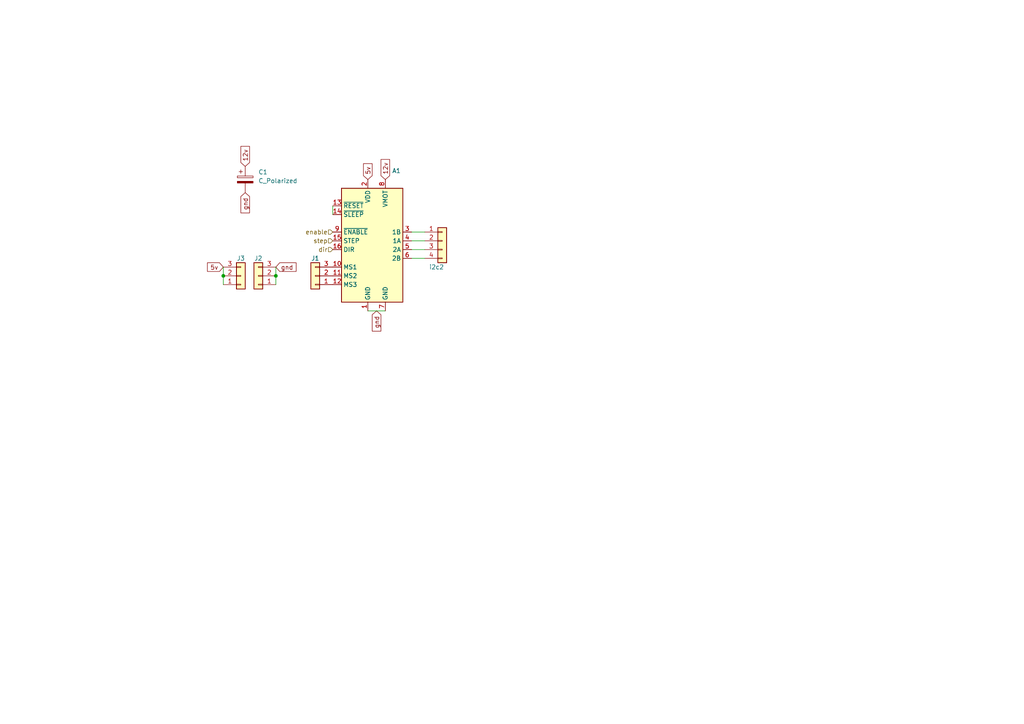
<source format=kicad_sch>
(kicad_sch (version 20230121) (generator eeschema)
  (paper "A4")
  (lib_symbols
    (symbol "Connector_Generic:Conn_01x03" (pin_names (offset 1.016) hide)
      (property "Reference" "J" (at 0 5.08 0))
      (property "Value" "Conn_01x03" (at 0 -5.08 0))
      (symbol "Conn_01x03_1_1"
        (rectangle (start -1.27 -2.413) (end 0 -2.667) (stroke (width 0.1524)))
        (rectangle (start -1.27 0.127) (end 0 -0.127) (stroke (width 0.1524)))
        (rectangle (start -1.27 2.667) (end 0 2.413) (stroke (width 0.1524)))
        (rectangle (start -1.27 3.81) (end 1.27 -3.81) (stroke (width 0.254)) (fill (type background)))
        (pin passive line (at -5.08 2.54 0) (length 3.81) (name "Pin_1") (number "1"))
        (pin passive line (at -5.08 0 0) (length 3.81) (name "Pin_2") (number "2"))
        (pin passive line (at -5.08 -2.54 0) (length 3.81) (name "Pin_3") (number "3"))
      )
    )
    (symbol "Connector_Generic:Conn_01x04" (pin_names (offset 1.016) hide)
      (property "Reference" "J" (at 0 5.08 0))
      (property "Value" "Conn_01x04" (at 0 -7.62 0))
      (symbol "Conn_01x04_1_1"
        (rectangle (start -1.27 -4.953) (end 0 -5.207) (stroke (width 0.1524)))
        (rectangle (start -1.27 -2.413) (end 0 -2.667) (stroke (width 0.1524)))
        (rectangle (start -1.27 0.127) (end 0 -0.127) (stroke (width 0.1524)))
        (rectangle (start -1.27 2.667) (end 0 2.413) (stroke (width 0.1524)))
        (rectangle (start -1.27 3.81) (end 1.27 -6.35) (stroke (width 0.254)) (fill (type background)))
        (pin passive line (at -5.08 2.54 0) (length 3.81) (name "Pin_1") (number "1"))
        (pin passive line (at -5.08 0 0) (length 3.81) (name "Pin_2") (number "2"))
        (pin passive line (at -5.08 -2.54 0) (length 3.81) (name "Pin_3") (number "3"))
        (pin passive line (at -5.08 -5.08 0) (length 3.81) (name "Pin_4") (number "4"))
      )
    )
    (symbol "Device:C_Polarized" (pin_numbers hide) (pin_names (offset 0.254))
      (property "Reference" "C" (at 0.635 2.54 0))
      (property "Value" "C_Polarized" (at 0.635 -2.54 0))
      (symbol "C_Polarized_0_1"
        (rectangle (start -2.286 0.508) (end 2.286 1.016))
        (polyline (pts (xy -1.778 2.286) (xy -0.762 2.286)))
        (polyline (pts (xy -1.27 2.794) (xy -1.27 1.778)))
        (rectangle (start 2.286 -0.508) (end -2.286 -1.016) (fill (type outline)))
      )
      (symbol "C_Polarized_1_1"
        (pin passive line (at 0 3.81 270) (length 2.794) (name "~") (number "1"))
        (pin passive line (at 0 -3.81 90) (length 2.794) (name "~") (number "2"))
      )
    )
    (symbol "Driver_Motor:Pololu_Breakout_A4988"
      (property "Reference" "A" (at -2.54 19.05 0))
      (property "Value" "Pololu_Breakout_A4988" (at -2.54 16.51 0))
      (symbol "Pololu_Breakout_A4988_0_1"
        (rectangle (start 10.16 -17.78) (end -7.62 15.24) (stroke (width 0.254)) (fill (type background)))
      )
      (symbol "Pololu_Breakout_A4988_1_1"
        (pin power_in line (at 0 -20.32 90) (length 2.54) (name "GND") (number "1"))
        (pin input line (at -10.16 -7.62 0) (length 2.54) (name "MS1") (number "10"))
        (pin input line (at -10.16 -10.16 0) (length 2.54) (name "MS2") (number "11"))
        (pin input line (at -10.16 -12.7 0) (length 2.54) (name "MS3") (number "12"))
        (pin input line (at -10.16 10.16 0) (length 2.54) (name "~{RESET}") (number "13"))
        (pin input line (at -10.16 7.62 0) (length 2.54) (name "~{SLEEP}") (number "14"))
        (pin input line (at -10.16 0 0) (length 2.54) (name "STEP") (number "15"))
        (pin input line (at -10.16 -2.54 0) (length 2.54) (name "DIR") (number "16"))
        (pin power_in line (at 0 17.78 270) (length 2.54) (name "VDD") (number "2"))
        (pin output line (at 12.7 2.54 180) (length 2.54) (name "1B") (number "3"))
        (pin output line (at 12.7 0 180) (length 2.54) (name "1A") (number "4"))
        (pin output line (at 12.7 -2.54 180) (length 2.54) (name "2A") (number "5"))
        (pin output line (at 12.7 -5.08 180) (length 2.54) (name "2B") (number "6"))
        (pin power_in line (at 5.08 -20.32 90) (length 2.54) (name "GND") (number "7"))
        (pin power_in line (at 5.08 17.78 270) (length 2.54) (name "VMOT") (number "8"))
        (pin input line (at -10.16 2.54 0) (length 2.54) (name "~{ENABLE}") (number "9"))
      )
    )
  )
  (junction (at 64.77 80.01))
  (junction (at 80.01 80.01))
  (wire (pts (xy 64.77 77.47) (xy 64.77 80.01)))
  (wire (pts (xy 96.52 59.69) (xy 96.52 62.23)))
  (wire (pts (xy 119.38 69.85) (xy 123.19 69.85)))
  (wire (pts (xy 123.19 72.39) (xy 119.38 72.39)))
  (wire (pts (xy 80.01 80.01) (xy 80.01 82.55)))
  (wire (pts (xy 119.38 74.93) (xy 123.19 74.93)))
  (wire (pts (xy 119.38 67.31) (xy 123.19 67.31)))
  (wire (pts (xy 80.01 77.47) (xy 80.01 80.01)))
  (wire (pts (xy 64.77 80.01) (xy 64.77 82.55)))
  (wire (pts (xy 106.68 90.17) (xy 111.76 90.17)))
  (global_label "5v" (shape input) (at 106.68 52.07 90) (property "Intersheetrefs" "${INTERSHEET_REFS}" (effects hide)))
  (global_label "12v" (shape input) (at 71.12 48.26 90) (property "Intersheetrefs" "${INTERSHEET_REFS}" (effects hide)))
  (global_label "gnd" (shape input) (at 109.22 90.17 270) (property "Intersheetrefs" "${INTERSHEET_REFS}" (effects hide)))
  (global_label "gnd" (shape input) (at 71.12 55.88 270) (property "Intersheetrefs" "${INTERSHEET_REFS}" (effects hide)))
  (global_label "12v" (shape input) (at 111.76 52.07 90) (property "Intersheetrefs" "${INTERSHEET_REFS}" (effects hide)))
  (global_label "gnd" (shape input) (at 80.01 77.47 0) (property "Intersheetrefs" "${INTERSHEET_REFS}" (effects hide)))
  (global_label "5v" (shape input) (at 64.77 77.47 180) (property "Intersheetrefs" "${INTERSHEET_REFS}" (effects hide)))
  (hierarchical_label "dir" (shape input) (at 96.52 72.39 180))
  (hierarchical_label "enable" (shape input) (at 96.52 67.31 180))
  (hierarchical_label "step" (shape input) (at 96.52 69.85 180))
  (symbol (lib_id "Driver_Motor:Pololu_Breakout_A4988") (at 106.68 69.85 0) (unit 1)
    (property "Reference" "A1" (at 113.7159 49.53 0) (effects (justify left)))
    (property "Value" "Pololu_Breakout_A4988" (effects hide))
    (property "Footprint" "Module:Pololu_Breakout-16_15.2x20.3mm" (effects hide))
    (property "Datasheet" "https://www.pololu.com/product/2980/pictures" (effects hide))
    (instances (project "rio-icebreaker3x" (path "" (reference "A1") (unit 1)) (path "" (reference "A1") (unit 1)) (path "" (reference "A2") (unit 1)) (path "" (reference "A3") (unit 1))))
  )
  (symbol (lib_id "Connector_Generic:Conn_01x03") (at 91.44 80.01 180) (unit 1)
    (property "Reference" "J1" (at 91.44 74.93 0))
    (property "Value" "Conn_01x03" (effects hide))
    (property "Footprint" "Connector_PinHeader_2.54mm:PinHeader_1x03_P2.54mm_Vertical" (effects hide))
    (instances (project "rio-icebreaker3x" (path "" (reference "J1") (unit 1)) (path "" (reference "J8") (unit 1)) (path "" (reference "J11") (unit 1))))
  )
  (symbol (lib_id "Connector_Generic:Conn_01x04") (at 128.27 69.85 0) (unit 1)
    (property "Reference" "i2c2" (at 124.46 77.47 0) (effects (justify left)))
    (property "Value" "Conn_01x04" (effects hide))
    (property "Footprint" "Connector_JST:JST_XH_B4B-XH-A_1x04_P2.50mm_Vertical" (effects hide))
    (instances (project "riowerks" (path "" (reference "i2c2") (unit 1))) (project "rio-icebreaker3x" (path "" (reference "stepper4") (unit 1)) (path "" (reference "stepper1") (unit 1)) (path "" (reference "stepper2") (unit 1))))
  )
  (symbol (lib_id "Connector_Generic:Conn_01x03") (at 69.85 80.01 0) (mirror x) (unit 1)
    (property "Reference" "J3" (at 69.85 74.93 0))
    (property "Value" "Conn_01x03" (effects hide))
    (property "Footprint" "Connector_PinHeader_2.54mm:PinHeader_1x03_P2.54mm_Vertical" (effects hide))
    (instances (project "rio-icebreaker3x" (path "" (reference "J3") (unit 1)) (path "" (reference "J4") (unit 1)) (path "" (reference "J9") (unit 1))))
  )
  (symbol (lib_id "Device:C_Polarized") (at 71.12 52.07 0) (unit 1)
    (property "Reference" "C1" (at 74.93 49.911 0) (effects (justify left)))
    (property "Value" "C_Polarized" (at 74.93 52.451 0) (effects (justify left)))
    (property "Footprint" "Capacitor_SMD:CP_Elec_5x5.9" (effects hide))
    (instances (project "rio-icebreaker3x" (path "" (reference "C1") (unit 1)) (path "" (reference "C2") (unit 1)) (path "" (reference "C3") (unit 1))))
  )
  (symbol (lib_id "Connector_Generic:Conn_01x03") (at 74.93 80.01 180) (unit 1)
    (property "Reference" "J2" (at 74.93 74.93 0))
    (property "Value" "Conn_01x03" (effects hide))
    (property "Footprint" "Connector_PinHeader_2.54mm:PinHeader_1x03_P2.54mm_Vertical" (effects hide))
    (instances (project "rio-icebreaker3x" (path "" (reference "J2") (unit 1)) (path "" (reference "J7") (unit 1)) (path "" (reference "J10") (unit 1))))
  )
)
</source>
